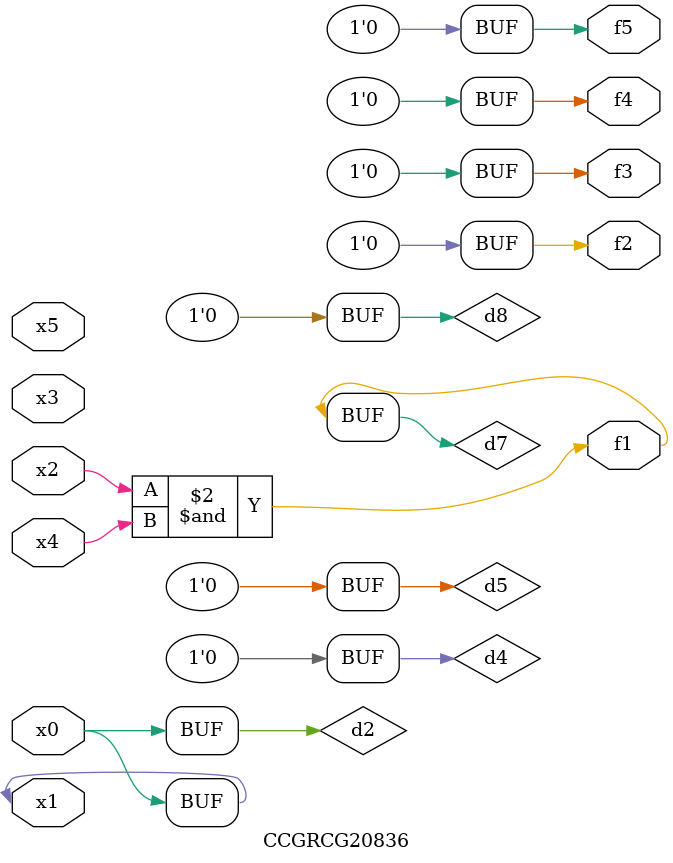
<source format=v>
module CCGRCG20836(
	input x0, x1, x2, x3, x4, x5,
	output f1, f2, f3, f4, f5
);

	wire d1, d2, d3, d4, d5, d6, d7, d8, d9;

	nand (d1, x1);
	buf (d2, x0, x1);
	nand (d3, x2, x4);
	and (d4, d1, d2);
	and (d5, d1, d2);
	nand (d6, d1, d3);
	not (d7, d3);
	xor (d8, d5);
	nor (d9, d5, d6);
	assign f1 = d7;
	assign f2 = d8;
	assign f3 = d8;
	assign f4 = d8;
	assign f5 = d8;
endmodule

</source>
